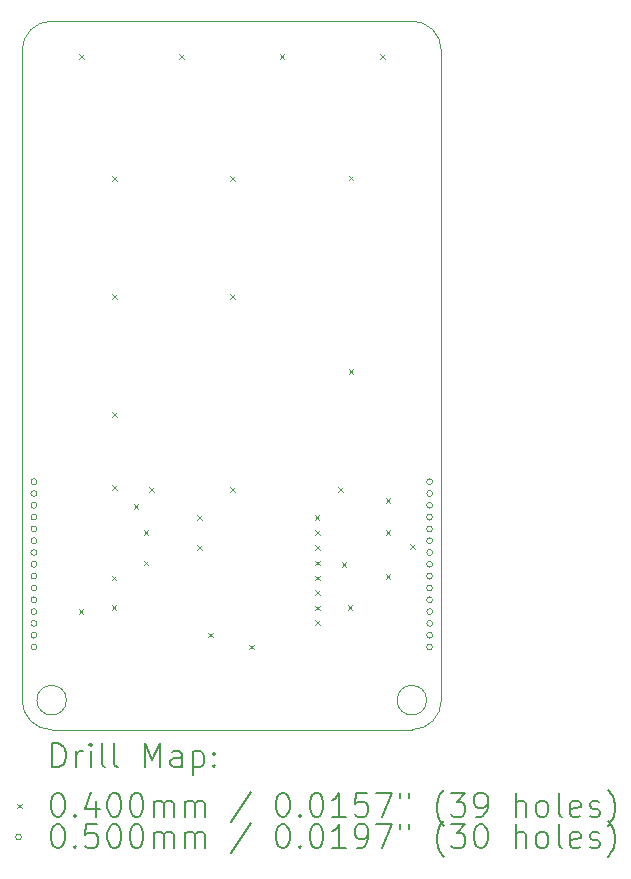
<source format=gbr>
%TF.GenerationSoftware,KiCad,Pcbnew,8.0.1*%
%TF.CreationDate,2024-03-24T18:55:27-05:00*%
%TF.ProjectId,TTWR Keypad,54545752-204b-4657-9970-61642e6b6963,V01*%
%TF.SameCoordinates,Original*%
%TF.FileFunction,Drillmap*%
%TF.FilePolarity,Positive*%
%FSLAX45Y45*%
G04 Gerber Fmt 4.5, Leading zero omitted, Abs format (unit mm)*
G04 Created by KiCad (PCBNEW 8.0.1) date 2024-03-24 18:55:27*
%MOMM*%
%LPD*%
G01*
G04 APERTURE LIST*
%ADD10C,0.100000*%
%ADD11C,0.200000*%
G04 APERTURE END LIST*
D10*
X15000000Y-4250000D02*
X15000000Y-9750000D01*
X18300000Y-4000000D02*
X15250000Y-4000000D01*
X18550000Y-9750000D02*
X18550000Y-4250000D01*
X18300000Y-10000000D02*
X15250000Y-10000000D01*
X18300000Y-4000000D02*
G75*
G02*
X18550000Y-4250000I0J-250000D01*
G01*
X15000000Y-4250000D02*
G75*
G02*
X15250000Y-4000000I250000J0D01*
G01*
X15250000Y-10000000D02*
G75*
G02*
X15000000Y-9750000I0J250000D01*
G01*
X18550000Y-9750000D02*
G75*
G02*
X18300000Y-10000000I-250000J0D01*
G01*
X15375000Y-9750000D02*
G75*
G02*
X15125000Y-9750000I-125000J0D01*
G01*
X15125000Y-9750000D02*
G75*
G02*
X15375000Y-9750000I125000J0D01*
G01*
X18425000Y-9750000D02*
G75*
G02*
X18175000Y-9750000I-125000J0D01*
G01*
X18175000Y-9750000D02*
G75*
G02*
X18425000Y-9750000I125000J0D01*
G01*
D11*
D10*
X15477500Y-8980000D02*
X15517500Y-9020000D01*
X15517500Y-8980000D02*
X15477500Y-9020000D01*
X15480000Y-4280000D02*
X15520000Y-4320000D01*
X15520000Y-4280000D02*
X15480000Y-4320000D01*
X15757500Y-8695000D02*
X15797500Y-8735000D01*
X15797500Y-8695000D02*
X15757500Y-8735000D01*
X15757500Y-8947500D02*
X15797500Y-8987500D01*
X15797500Y-8947500D02*
X15757500Y-8987500D01*
X15760000Y-5312500D02*
X15800000Y-5352500D01*
X15800000Y-5312500D02*
X15760000Y-5352500D01*
X15760000Y-6312500D02*
X15800000Y-6352500D01*
X15800000Y-6312500D02*
X15760000Y-6352500D01*
X15760000Y-7310000D02*
X15800000Y-7350000D01*
X15800000Y-7310000D02*
X15760000Y-7350000D01*
X15760000Y-7930000D02*
X15800000Y-7970000D01*
X15800000Y-7930000D02*
X15760000Y-7970000D01*
X15945000Y-8092500D02*
X15985000Y-8132500D01*
X15985000Y-8092500D02*
X15945000Y-8132500D01*
X16030000Y-8312500D02*
X16070000Y-8352500D01*
X16070000Y-8312500D02*
X16030000Y-8352500D01*
X16030000Y-8567500D02*
X16070000Y-8607500D01*
X16070000Y-8567500D02*
X16030000Y-8607500D01*
X16077500Y-7947500D02*
X16117500Y-7987500D01*
X16117500Y-7947500D02*
X16077500Y-7987500D01*
X16330000Y-4280000D02*
X16370000Y-4320000D01*
X16370000Y-4280000D02*
X16330000Y-4320000D01*
X16479500Y-8439500D02*
X16519500Y-8479500D01*
X16519500Y-8439500D02*
X16479500Y-8479500D01*
X16480000Y-8185000D02*
X16520000Y-8225000D01*
X16520000Y-8185000D02*
X16480000Y-8225000D01*
X16577500Y-9177500D02*
X16617500Y-9217500D01*
X16617500Y-9177500D02*
X16577500Y-9217500D01*
X16762500Y-5312500D02*
X16802500Y-5352500D01*
X16802500Y-5312500D02*
X16762500Y-5352500D01*
X16762500Y-6312500D02*
X16802500Y-6352500D01*
X16802500Y-6312500D02*
X16762500Y-6352500D01*
X16762500Y-7947500D02*
X16802500Y-7987500D01*
X16802500Y-7947500D02*
X16762500Y-7987500D01*
X16920000Y-9280000D02*
X16960000Y-9320000D01*
X16960000Y-9280000D02*
X16920000Y-9320000D01*
X17180000Y-4280000D02*
X17220000Y-4320000D01*
X17220000Y-4280000D02*
X17180000Y-4320000D01*
X17477500Y-8185000D02*
X17517500Y-8225000D01*
X17517500Y-8185000D02*
X17477500Y-8225000D01*
X17480000Y-8312500D02*
X17520000Y-8352500D01*
X17520000Y-8312500D02*
X17480000Y-8352500D01*
X17480000Y-8440000D02*
X17520000Y-8480000D01*
X17520000Y-8440000D02*
X17480000Y-8480000D01*
X17480000Y-8567500D02*
X17520000Y-8607500D01*
X17520000Y-8567500D02*
X17480000Y-8607500D01*
X17480000Y-8695000D02*
X17520000Y-8735000D01*
X17520000Y-8695000D02*
X17480000Y-8735000D01*
X17480000Y-8817500D02*
X17520000Y-8857500D01*
X17520000Y-8817500D02*
X17480000Y-8857500D01*
X17480000Y-8950000D02*
X17520000Y-8990000D01*
X17520000Y-8950000D02*
X17480000Y-8990000D01*
X17480000Y-9075000D02*
X17520000Y-9115000D01*
X17520000Y-9075000D02*
X17480000Y-9115000D01*
X17675000Y-7947500D02*
X17715000Y-7987500D01*
X17715000Y-7947500D02*
X17675000Y-7987500D01*
X17705000Y-8582500D02*
X17745000Y-8622500D01*
X17745000Y-8582500D02*
X17705000Y-8622500D01*
X17755000Y-8947500D02*
X17795000Y-8987500D01*
X17795000Y-8947500D02*
X17755000Y-8987500D01*
X17765000Y-5310000D02*
X17805000Y-5350000D01*
X17805000Y-5310000D02*
X17765000Y-5350000D01*
X17765000Y-6947500D02*
X17805000Y-6987500D01*
X17805000Y-6947500D02*
X17765000Y-6987500D01*
X18030000Y-4280000D02*
X18070000Y-4320000D01*
X18070000Y-4280000D02*
X18030000Y-4320000D01*
X18077500Y-8040000D02*
X18117500Y-8080000D01*
X18117500Y-8040000D02*
X18077500Y-8080000D01*
X18077500Y-8312500D02*
X18117500Y-8352500D01*
X18117500Y-8312500D02*
X18077500Y-8352500D01*
X18077500Y-8680000D02*
X18117500Y-8720000D01*
X18117500Y-8680000D02*
X18077500Y-8720000D01*
X18287500Y-8430000D02*
X18327500Y-8470000D01*
X18327500Y-8430000D02*
X18287500Y-8470000D01*
X15125000Y-7900000D02*
G75*
G02*
X15075000Y-7900000I-25000J0D01*
G01*
X15075000Y-7900000D02*
G75*
G02*
X15125000Y-7900000I25000J0D01*
G01*
X15125000Y-8000000D02*
G75*
G02*
X15075000Y-8000000I-25000J0D01*
G01*
X15075000Y-8000000D02*
G75*
G02*
X15125000Y-8000000I25000J0D01*
G01*
X15125000Y-8100000D02*
G75*
G02*
X15075000Y-8100000I-25000J0D01*
G01*
X15075000Y-8100000D02*
G75*
G02*
X15125000Y-8100000I25000J0D01*
G01*
X15125000Y-8200000D02*
G75*
G02*
X15075000Y-8200000I-25000J0D01*
G01*
X15075000Y-8200000D02*
G75*
G02*
X15125000Y-8200000I25000J0D01*
G01*
X15125000Y-8300000D02*
G75*
G02*
X15075000Y-8300000I-25000J0D01*
G01*
X15075000Y-8300000D02*
G75*
G02*
X15125000Y-8300000I25000J0D01*
G01*
X15125000Y-8400000D02*
G75*
G02*
X15075000Y-8400000I-25000J0D01*
G01*
X15075000Y-8400000D02*
G75*
G02*
X15125000Y-8400000I25000J0D01*
G01*
X15125000Y-8500000D02*
G75*
G02*
X15075000Y-8500000I-25000J0D01*
G01*
X15075000Y-8500000D02*
G75*
G02*
X15125000Y-8500000I25000J0D01*
G01*
X15125000Y-8600000D02*
G75*
G02*
X15075000Y-8600000I-25000J0D01*
G01*
X15075000Y-8600000D02*
G75*
G02*
X15125000Y-8600000I25000J0D01*
G01*
X15125000Y-8700000D02*
G75*
G02*
X15075000Y-8700000I-25000J0D01*
G01*
X15075000Y-8700000D02*
G75*
G02*
X15125000Y-8700000I25000J0D01*
G01*
X15125000Y-8800000D02*
G75*
G02*
X15075000Y-8800000I-25000J0D01*
G01*
X15075000Y-8800000D02*
G75*
G02*
X15125000Y-8800000I25000J0D01*
G01*
X15125000Y-8900000D02*
G75*
G02*
X15075000Y-8900000I-25000J0D01*
G01*
X15075000Y-8900000D02*
G75*
G02*
X15125000Y-8900000I25000J0D01*
G01*
X15125000Y-9000000D02*
G75*
G02*
X15075000Y-9000000I-25000J0D01*
G01*
X15075000Y-9000000D02*
G75*
G02*
X15125000Y-9000000I25000J0D01*
G01*
X15125000Y-9100000D02*
G75*
G02*
X15075000Y-9100000I-25000J0D01*
G01*
X15075000Y-9100000D02*
G75*
G02*
X15125000Y-9100000I25000J0D01*
G01*
X15125000Y-9200000D02*
G75*
G02*
X15075000Y-9200000I-25000J0D01*
G01*
X15075000Y-9200000D02*
G75*
G02*
X15125000Y-9200000I25000J0D01*
G01*
X15125000Y-9300000D02*
G75*
G02*
X15075000Y-9300000I-25000J0D01*
G01*
X15075000Y-9300000D02*
G75*
G02*
X15125000Y-9300000I25000J0D01*
G01*
X18475000Y-7900000D02*
G75*
G02*
X18425000Y-7900000I-25000J0D01*
G01*
X18425000Y-7900000D02*
G75*
G02*
X18475000Y-7900000I25000J0D01*
G01*
X18475000Y-8000000D02*
G75*
G02*
X18425000Y-8000000I-25000J0D01*
G01*
X18425000Y-8000000D02*
G75*
G02*
X18475000Y-8000000I25000J0D01*
G01*
X18475000Y-8100000D02*
G75*
G02*
X18425000Y-8100000I-25000J0D01*
G01*
X18425000Y-8100000D02*
G75*
G02*
X18475000Y-8100000I25000J0D01*
G01*
X18475000Y-8200000D02*
G75*
G02*
X18425000Y-8200000I-25000J0D01*
G01*
X18425000Y-8200000D02*
G75*
G02*
X18475000Y-8200000I25000J0D01*
G01*
X18475000Y-8300000D02*
G75*
G02*
X18425000Y-8300000I-25000J0D01*
G01*
X18425000Y-8300000D02*
G75*
G02*
X18475000Y-8300000I25000J0D01*
G01*
X18475000Y-8400000D02*
G75*
G02*
X18425000Y-8400000I-25000J0D01*
G01*
X18425000Y-8400000D02*
G75*
G02*
X18475000Y-8400000I25000J0D01*
G01*
X18475000Y-8500000D02*
G75*
G02*
X18425000Y-8500000I-25000J0D01*
G01*
X18425000Y-8500000D02*
G75*
G02*
X18475000Y-8500000I25000J0D01*
G01*
X18475000Y-8600000D02*
G75*
G02*
X18425000Y-8600000I-25000J0D01*
G01*
X18425000Y-8600000D02*
G75*
G02*
X18475000Y-8600000I25000J0D01*
G01*
X18475000Y-8700000D02*
G75*
G02*
X18425000Y-8700000I-25000J0D01*
G01*
X18425000Y-8700000D02*
G75*
G02*
X18475000Y-8700000I25000J0D01*
G01*
X18475000Y-8800000D02*
G75*
G02*
X18425000Y-8800000I-25000J0D01*
G01*
X18425000Y-8800000D02*
G75*
G02*
X18475000Y-8800000I25000J0D01*
G01*
X18475000Y-8900000D02*
G75*
G02*
X18425000Y-8900000I-25000J0D01*
G01*
X18425000Y-8900000D02*
G75*
G02*
X18475000Y-8900000I25000J0D01*
G01*
X18475000Y-9000000D02*
G75*
G02*
X18425000Y-9000000I-25000J0D01*
G01*
X18425000Y-9000000D02*
G75*
G02*
X18475000Y-9000000I25000J0D01*
G01*
X18475000Y-9100000D02*
G75*
G02*
X18425000Y-9100000I-25000J0D01*
G01*
X18425000Y-9100000D02*
G75*
G02*
X18475000Y-9100000I25000J0D01*
G01*
X18475000Y-9200000D02*
G75*
G02*
X18425000Y-9200000I-25000J0D01*
G01*
X18425000Y-9200000D02*
G75*
G02*
X18475000Y-9200000I25000J0D01*
G01*
X18475000Y-9300000D02*
G75*
G02*
X18425000Y-9300000I-25000J0D01*
G01*
X18425000Y-9300000D02*
G75*
G02*
X18475000Y-9300000I25000J0D01*
G01*
D11*
X15255777Y-10316484D02*
X15255777Y-10116484D01*
X15255777Y-10116484D02*
X15303396Y-10116484D01*
X15303396Y-10116484D02*
X15331967Y-10126008D01*
X15331967Y-10126008D02*
X15351015Y-10145055D01*
X15351015Y-10145055D02*
X15360539Y-10164103D01*
X15360539Y-10164103D02*
X15370062Y-10202198D01*
X15370062Y-10202198D02*
X15370062Y-10230770D01*
X15370062Y-10230770D02*
X15360539Y-10268865D01*
X15360539Y-10268865D02*
X15351015Y-10287912D01*
X15351015Y-10287912D02*
X15331967Y-10306960D01*
X15331967Y-10306960D02*
X15303396Y-10316484D01*
X15303396Y-10316484D02*
X15255777Y-10316484D01*
X15455777Y-10316484D02*
X15455777Y-10183150D01*
X15455777Y-10221246D02*
X15465301Y-10202198D01*
X15465301Y-10202198D02*
X15474824Y-10192674D01*
X15474824Y-10192674D02*
X15493872Y-10183150D01*
X15493872Y-10183150D02*
X15512920Y-10183150D01*
X15579586Y-10316484D02*
X15579586Y-10183150D01*
X15579586Y-10116484D02*
X15570062Y-10126008D01*
X15570062Y-10126008D02*
X15579586Y-10135531D01*
X15579586Y-10135531D02*
X15589110Y-10126008D01*
X15589110Y-10126008D02*
X15579586Y-10116484D01*
X15579586Y-10116484D02*
X15579586Y-10135531D01*
X15703396Y-10316484D02*
X15684348Y-10306960D01*
X15684348Y-10306960D02*
X15674824Y-10287912D01*
X15674824Y-10287912D02*
X15674824Y-10116484D01*
X15808158Y-10316484D02*
X15789110Y-10306960D01*
X15789110Y-10306960D02*
X15779586Y-10287912D01*
X15779586Y-10287912D02*
X15779586Y-10116484D01*
X16036729Y-10316484D02*
X16036729Y-10116484D01*
X16036729Y-10116484D02*
X16103396Y-10259341D01*
X16103396Y-10259341D02*
X16170062Y-10116484D01*
X16170062Y-10116484D02*
X16170062Y-10316484D01*
X16351015Y-10316484D02*
X16351015Y-10211722D01*
X16351015Y-10211722D02*
X16341491Y-10192674D01*
X16341491Y-10192674D02*
X16322443Y-10183150D01*
X16322443Y-10183150D02*
X16284348Y-10183150D01*
X16284348Y-10183150D02*
X16265301Y-10192674D01*
X16351015Y-10306960D02*
X16331967Y-10316484D01*
X16331967Y-10316484D02*
X16284348Y-10316484D01*
X16284348Y-10316484D02*
X16265301Y-10306960D01*
X16265301Y-10306960D02*
X16255777Y-10287912D01*
X16255777Y-10287912D02*
X16255777Y-10268865D01*
X16255777Y-10268865D02*
X16265301Y-10249817D01*
X16265301Y-10249817D02*
X16284348Y-10240293D01*
X16284348Y-10240293D02*
X16331967Y-10240293D01*
X16331967Y-10240293D02*
X16351015Y-10230770D01*
X16446253Y-10183150D02*
X16446253Y-10383150D01*
X16446253Y-10192674D02*
X16465301Y-10183150D01*
X16465301Y-10183150D02*
X16503396Y-10183150D01*
X16503396Y-10183150D02*
X16522443Y-10192674D01*
X16522443Y-10192674D02*
X16531967Y-10202198D01*
X16531967Y-10202198D02*
X16541491Y-10221246D01*
X16541491Y-10221246D02*
X16541491Y-10278389D01*
X16541491Y-10278389D02*
X16531967Y-10297436D01*
X16531967Y-10297436D02*
X16522443Y-10306960D01*
X16522443Y-10306960D02*
X16503396Y-10316484D01*
X16503396Y-10316484D02*
X16465301Y-10316484D01*
X16465301Y-10316484D02*
X16446253Y-10306960D01*
X16627205Y-10297436D02*
X16636729Y-10306960D01*
X16636729Y-10306960D02*
X16627205Y-10316484D01*
X16627205Y-10316484D02*
X16617682Y-10306960D01*
X16617682Y-10306960D02*
X16627205Y-10297436D01*
X16627205Y-10297436D02*
X16627205Y-10316484D01*
X16627205Y-10192674D02*
X16636729Y-10202198D01*
X16636729Y-10202198D02*
X16627205Y-10211722D01*
X16627205Y-10211722D02*
X16617682Y-10202198D01*
X16617682Y-10202198D02*
X16627205Y-10192674D01*
X16627205Y-10192674D02*
X16627205Y-10211722D01*
D10*
X14955000Y-10625000D02*
X14995000Y-10665000D01*
X14995000Y-10625000D02*
X14955000Y-10665000D01*
D11*
X15293872Y-10536484D02*
X15312920Y-10536484D01*
X15312920Y-10536484D02*
X15331967Y-10546008D01*
X15331967Y-10546008D02*
X15341491Y-10555531D01*
X15341491Y-10555531D02*
X15351015Y-10574579D01*
X15351015Y-10574579D02*
X15360539Y-10612674D01*
X15360539Y-10612674D02*
X15360539Y-10660293D01*
X15360539Y-10660293D02*
X15351015Y-10698389D01*
X15351015Y-10698389D02*
X15341491Y-10717436D01*
X15341491Y-10717436D02*
X15331967Y-10726960D01*
X15331967Y-10726960D02*
X15312920Y-10736484D01*
X15312920Y-10736484D02*
X15293872Y-10736484D01*
X15293872Y-10736484D02*
X15274824Y-10726960D01*
X15274824Y-10726960D02*
X15265301Y-10717436D01*
X15265301Y-10717436D02*
X15255777Y-10698389D01*
X15255777Y-10698389D02*
X15246253Y-10660293D01*
X15246253Y-10660293D02*
X15246253Y-10612674D01*
X15246253Y-10612674D02*
X15255777Y-10574579D01*
X15255777Y-10574579D02*
X15265301Y-10555531D01*
X15265301Y-10555531D02*
X15274824Y-10546008D01*
X15274824Y-10546008D02*
X15293872Y-10536484D01*
X15446253Y-10717436D02*
X15455777Y-10726960D01*
X15455777Y-10726960D02*
X15446253Y-10736484D01*
X15446253Y-10736484D02*
X15436729Y-10726960D01*
X15436729Y-10726960D02*
X15446253Y-10717436D01*
X15446253Y-10717436D02*
X15446253Y-10736484D01*
X15627205Y-10603150D02*
X15627205Y-10736484D01*
X15579586Y-10526960D02*
X15531967Y-10669817D01*
X15531967Y-10669817D02*
X15655777Y-10669817D01*
X15770062Y-10536484D02*
X15789110Y-10536484D01*
X15789110Y-10536484D02*
X15808158Y-10546008D01*
X15808158Y-10546008D02*
X15817682Y-10555531D01*
X15817682Y-10555531D02*
X15827205Y-10574579D01*
X15827205Y-10574579D02*
X15836729Y-10612674D01*
X15836729Y-10612674D02*
X15836729Y-10660293D01*
X15836729Y-10660293D02*
X15827205Y-10698389D01*
X15827205Y-10698389D02*
X15817682Y-10717436D01*
X15817682Y-10717436D02*
X15808158Y-10726960D01*
X15808158Y-10726960D02*
X15789110Y-10736484D01*
X15789110Y-10736484D02*
X15770062Y-10736484D01*
X15770062Y-10736484D02*
X15751015Y-10726960D01*
X15751015Y-10726960D02*
X15741491Y-10717436D01*
X15741491Y-10717436D02*
X15731967Y-10698389D01*
X15731967Y-10698389D02*
X15722443Y-10660293D01*
X15722443Y-10660293D02*
X15722443Y-10612674D01*
X15722443Y-10612674D02*
X15731967Y-10574579D01*
X15731967Y-10574579D02*
X15741491Y-10555531D01*
X15741491Y-10555531D02*
X15751015Y-10546008D01*
X15751015Y-10546008D02*
X15770062Y-10536484D01*
X15960539Y-10536484D02*
X15979586Y-10536484D01*
X15979586Y-10536484D02*
X15998634Y-10546008D01*
X15998634Y-10546008D02*
X16008158Y-10555531D01*
X16008158Y-10555531D02*
X16017682Y-10574579D01*
X16017682Y-10574579D02*
X16027205Y-10612674D01*
X16027205Y-10612674D02*
X16027205Y-10660293D01*
X16027205Y-10660293D02*
X16017682Y-10698389D01*
X16017682Y-10698389D02*
X16008158Y-10717436D01*
X16008158Y-10717436D02*
X15998634Y-10726960D01*
X15998634Y-10726960D02*
X15979586Y-10736484D01*
X15979586Y-10736484D02*
X15960539Y-10736484D01*
X15960539Y-10736484D02*
X15941491Y-10726960D01*
X15941491Y-10726960D02*
X15931967Y-10717436D01*
X15931967Y-10717436D02*
X15922443Y-10698389D01*
X15922443Y-10698389D02*
X15912920Y-10660293D01*
X15912920Y-10660293D02*
X15912920Y-10612674D01*
X15912920Y-10612674D02*
X15922443Y-10574579D01*
X15922443Y-10574579D02*
X15931967Y-10555531D01*
X15931967Y-10555531D02*
X15941491Y-10546008D01*
X15941491Y-10546008D02*
X15960539Y-10536484D01*
X16112920Y-10736484D02*
X16112920Y-10603150D01*
X16112920Y-10622198D02*
X16122443Y-10612674D01*
X16122443Y-10612674D02*
X16141491Y-10603150D01*
X16141491Y-10603150D02*
X16170063Y-10603150D01*
X16170063Y-10603150D02*
X16189110Y-10612674D01*
X16189110Y-10612674D02*
X16198634Y-10631722D01*
X16198634Y-10631722D02*
X16198634Y-10736484D01*
X16198634Y-10631722D02*
X16208158Y-10612674D01*
X16208158Y-10612674D02*
X16227205Y-10603150D01*
X16227205Y-10603150D02*
X16255777Y-10603150D01*
X16255777Y-10603150D02*
X16274824Y-10612674D01*
X16274824Y-10612674D02*
X16284348Y-10631722D01*
X16284348Y-10631722D02*
X16284348Y-10736484D01*
X16379586Y-10736484D02*
X16379586Y-10603150D01*
X16379586Y-10622198D02*
X16389110Y-10612674D01*
X16389110Y-10612674D02*
X16408158Y-10603150D01*
X16408158Y-10603150D02*
X16436729Y-10603150D01*
X16436729Y-10603150D02*
X16455777Y-10612674D01*
X16455777Y-10612674D02*
X16465301Y-10631722D01*
X16465301Y-10631722D02*
X16465301Y-10736484D01*
X16465301Y-10631722D02*
X16474824Y-10612674D01*
X16474824Y-10612674D02*
X16493872Y-10603150D01*
X16493872Y-10603150D02*
X16522443Y-10603150D01*
X16522443Y-10603150D02*
X16541491Y-10612674D01*
X16541491Y-10612674D02*
X16551015Y-10631722D01*
X16551015Y-10631722D02*
X16551015Y-10736484D01*
X16941491Y-10526960D02*
X16770063Y-10784103D01*
X17198634Y-10536484D02*
X17217682Y-10536484D01*
X17217682Y-10536484D02*
X17236729Y-10546008D01*
X17236729Y-10546008D02*
X17246253Y-10555531D01*
X17246253Y-10555531D02*
X17255777Y-10574579D01*
X17255777Y-10574579D02*
X17265301Y-10612674D01*
X17265301Y-10612674D02*
X17265301Y-10660293D01*
X17265301Y-10660293D02*
X17255777Y-10698389D01*
X17255777Y-10698389D02*
X17246253Y-10717436D01*
X17246253Y-10717436D02*
X17236729Y-10726960D01*
X17236729Y-10726960D02*
X17217682Y-10736484D01*
X17217682Y-10736484D02*
X17198634Y-10736484D01*
X17198634Y-10736484D02*
X17179587Y-10726960D01*
X17179587Y-10726960D02*
X17170063Y-10717436D01*
X17170063Y-10717436D02*
X17160539Y-10698389D01*
X17160539Y-10698389D02*
X17151015Y-10660293D01*
X17151015Y-10660293D02*
X17151015Y-10612674D01*
X17151015Y-10612674D02*
X17160539Y-10574579D01*
X17160539Y-10574579D02*
X17170063Y-10555531D01*
X17170063Y-10555531D02*
X17179587Y-10546008D01*
X17179587Y-10546008D02*
X17198634Y-10536484D01*
X17351015Y-10717436D02*
X17360539Y-10726960D01*
X17360539Y-10726960D02*
X17351015Y-10736484D01*
X17351015Y-10736484D02*
X17341491Y-10726960D01*
X17341491Y-10726960D02*
X17351015Y-10717436D01*
X17351015Y-10717436D02*
X17351015Y-10736484D01*
X17484348Y-10536484D02*
X17503396Y-10536484D01*
X17503396Y-10536484D02*
X17522444Y-10546008D01*
X17522444Y-10546008D02*
X17531968Y-10555531D01*
X17531968Y-10555531D02*
X17541491Y-10574579D01*
X17541491Y-10574579D02*
X17551015Y-10612674D01*
X17551015Y-10612674D02*
X17551015Y-10660293D01*
X17551015Y-10660293D02*
X17541491Y-10698389D01*
X17541491Y-10698389D02*
X17531968Y-10717436D01*
X17531968Y-10717436D02*
X17522444Y-10726960D01*
X17522444Y-10726960D02*
X17503396Y-10736484D01*
X17503396Y-10736484D02*
X17484348Y-10736484D01*
X17484348Y-10736484D02*
X17465301Y-10726960D01*
X17465301Y-10726960D02*
X17455777Y-10717436D01*
X17455777Y-10717436D02*
X17446253Y-10698389D01*
X17446253Y-10698389D02*
X17436729Y-10660293D01*
X17436729Y-10660293D02*
X17436729Y-10612674D01*
X17436729Y-10612674D02*
X17446253Y-10574579D01*
X17446253Y-10574579D02*
X17455777Y-10555531D01*
X17455777Y-10555531D02*
X17465301Y-10546008D01*
X17465301Y-10546008D02*
X17484348Y-10536484D01*
X17741491Y-10736484D02*
X17627206Y-10736484D01*
X17684348Y-10736484D02*
X17684348Y-10536484D01*
X17684348Y-10536484D02*
X17665301Y-10565055D01*
X17665301Y-10565055D02*
X17646253Y-10584103D01*
X17646253Y-10584103D02*
X17627206Y-10593627D01*
X17922444Y-10536484D02*
X17827206Y-10536484D01*
X17827206Y-10536484D02*
X17817682Y-10631722D01*
X17817682Y-10631722D02*
X17827206Y-10622198D01*
X17827206Y-10622198D02*
X17846253Y-10612674D01*
X17846253Y-10612674D02*
X17893872Y-10612674D01*
X17893872Y-10612674D02*
X17912920Y-10622198D01*
X17912920Y-10622198D02*
X17922444Y-10631722D01*
X17922444Y-10631722D02*
X17931968Y-10650770D01*
X17931968Y-10650770D02*
X17931968Y-10698389D01*
X17931968Y-10698389D02*
X17922444Y-10717436D01*
X17922444Y-10717436D02*
X17912920Y-10726960D01*
X17912920Y-10726960D02*
X17893872Y-10736484D01*
X17893872Y-10736484D02*
X17846253Y-10736484D01*
X17846253Y-10736484D02*
X17827206Y-10726960D01*
X17827206Y-10726960D02*
X17817682Y-10717436D01*
X17998634Y-10536484D02*
X18131968Y-10536484D01*
X18131968Y-10536484D02*
X18046253Y-10736484D01*
X18198634Y-10536484D02*
X18198634Y-10574579D01*
X18274825Y-10536484D02*
X18274825Y-10574579D01*
X18570063Y-10812674D02*
X18560539Y-10803150D01*
X18560539Y-10803150D02*
X18541491Y-10774579D01*
X18541491Y-10774579D02*
X18531968Y-10755531D01*
X18531968Y-10755531D02*
X18522444Y-10726960D01*
X18522444Y-10726960D02*
X18512920Y-10679341D01*
X18512920Y-10679341D02*
X18512920Y-10641246D01*
X18512920Y-10641246D02*
X18522444Y-10593627D01*
X18522444Y-10593627D02*
X18531968Y-10565055D01*
X18531968Y-10565055D02*
X18541491Y-10546008D01*
X18541491Y-10546008D02*
X18560539Y-10517436D01*
X18560539Y-10517436D02*
X18570063Y-10507912D01*
X18627206Y-10536484D02*
X18751015Y-10536484D01*
X18751015Y-10536484D02*
X18684349Y-10612674D01*
X18684349Y-10612674D02*
X18712920Y-10612674D01*
X18712920Y-10612674D02*
X18731968Y-10622198D01*
X18731968Y-10622198D02*
X18741491Y-10631722D01*
X18741491Y-10631722D02*
X18751015Y-10650770D01*
X18751015Y-10650770D02*
X18751015Y-10698389D01*
X18751015Y-10698389D02*
X18741491Y-10717436D01*
X18741491Y-10717436D02*
X18731968Y-10726960D01*
X18731968Y-10726960D02*
X18712920Y-10736484D01*
X18712920Y-10736484D02*
X18655777Y-10736484D01*
X18655777Y-10736484D02*
X18636730Y-10726960D01*
X18636730Y-10726960D02*
X18627206Y-10717436D01*
X18846253Y-10736484D02*
X18884349Y-10736484D01*
X18884349Y-10736484D02*
X18903396Y-10726960D01*
X18903396Y-10726960D02*
X18912920Y-10717436D01*
X18912920Y-10717436D02*
X18931968Y-10688865D01*
X18931968Y-10688865D02*
X18941491Y-10650770D01*
X18941491Y-10650770D02*
X18941491Y-10574579D01*
X18941491Y-10574579D02*
X18931968Y-10555531D01*
X18931968Y-10555531D02*
X18922444Y-10546008D01*
X18922444Y-10546008D02*
X18903396Y-10536484D01*
X18903396Y-10536484D02*
X18865301Y-10536484D01*
X18865301Y-10536484D02*
X18846253Y-10546008D01*
X18846253Y-10546008D02*
X18836730Y-10555531D01*
X18836730Y-10555531D02*
X18827206Y-10574579D01*
X18827206Y-10574579D02*
X18827206Y-10622198D01*
X18827206Y-10622198D02*
X18836730Y-10641246D01*
X18836730Y-10641246D02*
X18846253Y-10650770D01*
X18846253Y-10650770D02*
X18865301Y-10660293D01*
X18865301Y-10660293D02*
X18903396Y-10660293D01*
X18903396Y-10660293D02*
X18922444Y-10650770D01*
X18922444Y-10650770D02*
X18931968Y-10641246D01*
X18931968Y-10641246D02*
X18941491Y-10622198D01*
X19179587Y-10736484D02*
X19179587Y-10536484D01*
X19265301Y-10736484D02*
X19265301Y-10631722D01*
X19265301Y-10631722D02*
X19255777Y-10612674D01*
X19255777Y-10612674D02*
X19236730Y-10603150D01*
X19236730Y-10603150D02*
X19208158Y-10603150D01*
X19208158Y-10603150D02*
X19189111Y-10612674D01*
X19189111Y-10612674D02*
X19179587Y-10622198D01*
X19389111Y-10736484D02*
X19370063Y-10726960D01*
X19370063Y-10726960D02*
X19360539Y-10717436D01*
X19360539Y-10717436D02*
X19351015Y-10698389D01*
X19351015Y-10698389D02*
X19351015Y-10641246D01*
X19351015Y-10641246D02*
X19360539Y-10622198D01*
X19360539Y-10622198D02*
X19370063Y-10612674D01*
X19370063Y-10612674D02*
X19389111Y-10603150D01*
X19389111Y-10603150D02*
X19417682Y-10603150D01*
X19417682Y-10603150D02*
X19436730Y-10612674D01*
X19436730Y-10612674D02*
X19446253Y-10622198D01*
X19446253Y-10622198D02*
X19455777Y-10641246D01*
X19455777Y-10641246D02*
X19455777Y-10698389D01*
X19455777Y-10698389D02*
X19446253Y-10717436D01*
X19446253Y-10717436D02*
X19436730Y-10726960D01*
X19436730Y-10726960D02*
X19417682Y-10736484D01*
X19417682Y-10736484D02*
X19389111Y-10736484D01*
X19570063Y-10736484D02*
X19551015Y-10726960D01*
X19551015Y-10726960D02*
X19541492Y-10707912D01*
X19541492Y-10707912D02*
X19541492Y-10536484D01*
X19722444Y-10726960D02*
X19703396Y-10736484D01*
X19703396Y-10736484D02*
X19665301Y-10736484D01*
X19665301Y-10736484D02*
X19646253Y-10726960D01*
X19646253Y-10726960D02*
X19636730Y-10707912D01*
X19636730Y-10707912D02*
X19636730Y-10631722D01*
X19636730Y-10631722D02*
X19646253Y-10612674D01*
X19646253Y-10612674D02*
X19665301Y-10603150D01*
X19665301Y-10603150D02*
X19703396Y-10603150D01*
X19703396Y-10603150D02*
X19722444Y-10612674D01*
X19722444Y-10612674D02*
X19731968Y-10631722D01*
X19731968Y-10631722D02*
X19731968Y-10650770D01*
X19731968Y-10650770D02*
X19636730Y-10669817D01*
X19808158Y-10726960D02*
X19827206Y-10736484D01*
X19827206Y-10736484D02*
X19865301Y-10736484D01*
X19865301Y-10736484D02*
X19884349Y-10726960D01*
X19884349Y-10726960D02*
X19893873Y-10707912D01*
X19893873Y-10707912D02*
X19893873Y-10698389D01*
X19893873Y-10698389D02*
X19884349Y-10679341D01*
X19884349Y-10679341D02*
X19865301Y-10669817D01*
X19865301Y-10669817D02*
X19836730Y-10669817D01*
X19836730Y-10669817D02*
X19817682Y-10660293D01*
X19817682Y-10660293D02*
X19808158Y-10641246D01*
X19808158Y-10641246D02*
X19808158Y-10631722D01*
X19808158Y-10631722D02*
X19817682Y-10612674D01*
X19817682Y-10612674D02*
X19836730Y-10603150D01*
X19836730Y-10603150D02*
X19865301Y-10603150D01*
X19865301Y-10603150D02*
X19884349Y-10612674D01*
X19960539Y-10812674D02*
X19970063Y-10803150D01*
X19970063Y-10803150D02*
X19989111Y-10774579D01*
X19989111Y-10774579D02*
X19998634Y-10755531D01*
X19998634Y-10755531D02*
X20008158Y-10726960D01*
X20008158Y-10726960D02*
X20017682Y-10679341D01*
X20017682Y-10679341D02*
X20017682Y-10641246D01*
X20017682Y-10641246D02*
X20008158Y-10593627D01*
X20008158Y-10593627D02*
X19998634Y-10565055D01*
X19998634Y-10565055D02*
X19989111Y-10546008D01*
X19989111Y-10546008D02*
X19970063Y-10517436D01*
X19970063Y-10517436D02*
X19960539Y-10507912D01*
D10*
X14995000Y-10909000D02*
G75*
G02*
X14945000Y-10909000I-25000J0D01*
G01*
X14945000Y-10909000D02*
G75*
G02*
X14995000Y-10909000I25000J0D01*
G01*
D11*
X15293872Y-10800484D02*
X15312920Y-10800484D01*
X15312920Y-10800484D02*
X15331967Y-10810008D01*
X15331967Y-10810008D02*
X15341491Y-10819531D01*
X15341491Y-10819531D02*
X15351015Y-10838579D01*
X15351015Y-10838579D02*
X15360539Y-10876674D01*
X15360539Y-10876674D02*
X15360539Y-10924293D01*
X15360539Y-10924293D02*
X15351015Y-10962389D01*
X15351015Y-10962389D02*
X15341491Y-10981436D01*
X15341491Y-10981436D02*
X15331967Y-10990960D01*
X15331967Y-10990960D02*
X15312920Y-11000484D01*
X15312920Y-11000484D02*
X15293872Y-11000484D01*
X15293872Y-11000484D02*
X15274824Y-10990960D01*
X15274824Y-10990960D02*
X15265301Y-10981436D01*
X15265301Y-10981436D02*
X15255777Y-10962389D01*
X15255777Y-10962389D02*
X15246253Y-10924293D01*
X15246253Y-10924293D02*
X15246253Y-10876674D01*
X15246253Y-10876674D02*
X15255777Y-10838579D01*
X15255777Y-10838579D02*
X15265301Y-10819531D01*
X15265301Y-10819531D02*
X15274824Y-10810008D01*
X15274824Y-10810008D02*
X15293872Y-10800484D01*
X15446253Y-10981436D02*
X15455777Y-10990960D01*
X15455777Y-10990960D02*
X15446253Y-11000484D01*
X15446253Y-11000484D02*
X15436729Y-10990960D01*
X15436729Y-10990960D02*
X15446253Y-10981436D01*
X15446253Y-10981436D02*
X15446253Y-11000484D01*
X15636729Y-10800484D02*
X15541491Y-10800484D01*
X15541491Y-10800484D02*
X15531967Y-10895722D01*
X15531967Y-10895722D02*
X15541491Y-10886198D01*
X15541491Y-10886198D02*
X15560539Y-10876674D01*
X15560539Y-10876674D02*
X15608158Y-10876674D01*
X15608158Y-10876674D02*
X15627205Y-10886198D01*
X15627205Y-10886198D02*
X15636729Y-10895722D01*
X15636729Y-10895722D02*
X15646253Y-10914770D01*
X15646253Y-10914770D02*
X15646253Y-10962389D01*
X15646253Y-10962389D02*
X15636729Y-10981436D01*
X15636729Y-10981436D02*
X15627205Y-10990960D01*
X15627205Y-10990960D02*
X15608158Y-11000484D01*
X15608158Y-11000484D02*
X15560539Y-11000484D01*
X15560539Y-11000484D02*
X15541491Y-10990960D01*
X15541491Y-10990960D02*
X15531967Y-10981436D01*
X15770062Y-10800484D02*
X15789110Y-10800484D01*
X15789110Y-10800484D02*
X15808158Y-10810008D01*
X15808158Y-10810008D02*
X15817682Y-10819531D01*
X15817682Y-10819531D02*
X15827205Y-10838579D01*
X15827205Y-10838579D02*
X15836729Y-10876674D01*
X15836729Y-10876674D02*
X15836729Y-10924293D01*
X15836729Y-10924293D02*
X15827205Y-10962389D01*
X15827205Y-10962389D02*
X15817682Y-10981436D01*
X15817682Y-10981436D02*
X15808158Y-10990960D01*
X15808158Y-10990960D02*
X15789110Y-11000484D01*
X15789110Y-11000484D02*
X15770062Y-11000484D01*
X15770062Y-11000484D02*
X15751015Y-10990960D01*
X15751015Y-10990960D02*
X15741491Y-10981436D01*
X15741491Y-10981436D02*
X15731967Y-10962389D01*
X15731967Y-10962389D02*
X15722443Y-10924293D01*
X15722443Y-10924293D02*
X15722443Y-10876674D01*
X15722443Y-10876674D02*
X15731967Y-10838579D01*
X15731967Y-10838579D02*
X15741491Y-10819531D01*
X15741491Y-10819531D02*
X15751015Y-10810008D01*
X15751015Y-10810008D02*
X15770062Y-10800484D01*
X15960539Y-10800484D02*
X15979586Y-10800484D01*
X15979586Y-10800484D02*
X15998634Y-10810008D01*
X15998634Y-10810008D02*
X16008158Y-10819531D01*
X16008158Y-10819531D02*
X16017682Y-10838579D01*
X16017682Y-10838579D02*
X16027205Y-10876674D01*
X16027205Y-10876674D02*
X16027205Y-10924293D01*
X16027205Y-10924293D02*
X16017682Y-10962389D01*
X16017682Y-10962389D02*
X16008158Y-10981436D01*
X16008158Y-10981436D02*
X15998634Y-10990960D01*
X15998634Y-10990960D02*
X15979586Y-11000484D01*
X15979586Y-11000484D02*
X15960539Y-11000484D01*
X15960539Y-11000484D02*
X15941491Y-10990960D01*
X15941491Y-10990960D02*
X15931967Y-10981436D01*
X15931967Y-10981436D02*
X15922443Y-10962389D01*
X15922443Y-10962389D02*
X15912920Y-10924293D01*
X15912920Y-10924293D02*
X15912920Y-10876674D01*
X15912920Y-10876674D02*
X15922443Y-10838579D01*
X15922443Y-10838579D02*
X15931967Y-10819531D01*
X15931967Y-10819531D02*
X15941491Y-10810008D01*
X15941491Y-10810008D02*
X15960539Y-10800484D01*
X16112920Y-11000484D02*
X16112920Y-10867150D01*
X16112920Y-10886198D02*
X16122443Y-10876674D01*
X16122443Y-10876674D02*
X16141491Y-10867150D01*
X16141491Y-10867150D02*
X16170063Y-10867150D01*
X16170063Y-10867150D02*
X16189110Y-10876674D01*
X16189110Y-10876674D02*
X16198634Y-10895722D01*
X16198634Y-10895722D02*
X16198634Y-11000484D01*
X16198634Y-10895722D02*
X16208158Y-10876674D01*
X16208158Y-10876674D02*
X16227205Y-10867150D01*
X16227205Y-10867150D02*
X16255777Y-10867150D01*
X16255777Y-10867150D02*
X16274824Y-10876674D01*
X16274824Y-10876674D02*
X16284348Y-10895722D01*
X16284348Y-10895722D02*
X16284348Y-11000484D01*
X16379586Y-11000484D02*
X16379586Y-10867150D01*
X16379586Y-10886198D02*
X16389110Y-10876674D01*
X16389110Y-10876674D02*
X16408158Y-10867150D01*
X16408158Y-10867150D02*
X16436729Y-10867150D01*
X16436729Y-10867150D02*
X16455777Y-10876674D01*
X16455777Y-10876674D02*
X16465301Y-10895722D01*
X16465301Y-10895722D02*
X16465301Y-11000484D01*
X16465301Y-10895722D02*
X16474824Y-10876674D01*
X16474824Y-10876674D02*
X16493872Y-10867150D01*
X16493872Y-10867150D02*
X16522443Y-10867150D01*
X16522443Y-10867150D02*
X16541491Y-10876674D01*
X16541491Y-10876674D02*
X16551015Y-10895722D01*
X16551015Y-10895722D02*
X16551015Y-11000484D01*
X16941491Y-10790960D02*
X16770063Y-11048103D01*
X17198634Y-10800484D02*
X17217682Y-10800484D01*
X17217682Y-10800484D02*
X17236729Y-10810008D01*
X17236729Y-10810008D02*
X17246253Y-10819531D01*
X17246253Y-10819531D02*
X17255777Y-10838579D01*
X17255777Y-10838579D02*
X17265301Y-10876674D01*
X17265301Y-10876674D02*
X17265301Y-10924293D01*
X17265301Y-10924293D02*
X17255777Y-10962389D01*
X17255777Y-10962389D02*
X17246253Y-10981436D01*
X17246253Y-10981436D02*
X17236729Y-10990960D01*
X17236729Y-10990960D02*
X17217682Y-11000484D01*
X17217682Y-11000484D02*
X17198634Y-11000484D01*
X17198634Y-11000484D02*
X17179587Y-10990960D01*
X17179587Y-10990960D02*
X17170063Y-10981436D01*
X17170063Y-10981436D02*
X17160539Y-10962389D01*
X17160539Y-10962389D02*
X17151015Y-10924293D01*
X17151015Y-10924293D02*
X17151015Y-10876674D01*
X17151015Y-10876674D02*
X17160539Y-10838579D01*
X17160539Y-10838579D02*
X17170063Y-10819531D01*
X17170063Y-10819531D02*
X17179587Y-10810008D01*
X17179587Y-10810008D02*
X17198634Y-10800484D01*
X17351015Y-10981436D02*
X17360539Y-10990960D01*
X17360539Y-10990960D02*
X17351015Y-11000484D01*
X17351015Y-11000484D02*
X17341491Y-10990960D01*
X17341491Y-10990960D02*
X17351015Y-10981436D01*
X17351015Y-10981436D02*
X17351015Y-11000484D01*
X17484348Y-10800484D02*
X17503396Y-10800484D01*
X17503396Y-10800484D02*
X17522444Y-10810008D01*
X17522444Y-10810008D02*
X17531968Y-10819531D01*
X17531968Y-10819531D02*
X17541491Y-10838579D01*
X17541491Y-10838579D02*
X17551015Y-10876674D01*
X17551015Y-10876674D02*
X17551015Y-10924293D01*
X17551015Y-10924293D02*
X17541491Y-10962389D01*
X17541491Y-10962389D02*
X17531968Y-10981436D01*
X17531968Y-10981436D02*
X17522444Y-10990960D01*
X17522444Y-10990960D02*
X17503396Y-11000484D01*
X17503396Y-11000484D02*
X17484348Y-11000484D01*
X17484348Y-11000484D02*
X17465301Y-10990960D01*
X17465301Y-10990960D02*
X17455777Y-10981436D01*
X17455777Y-10981436D02*
X17446253Y-10962389D01*
X17446253Y-10962389D02*
X17436729Y-10924293D01*
X17436729Y-10924293D02*
X17436729Y-10876674D01*
X17436729Y-10876674D02*
X17446253Y-10838579D01*
X17446253Y-10838579D02*
X17455777Y-10819531D01*
X17455777Y-10819531D02*
X17465301Y-10810008D01*
X17465301Y-10810008D02*
X17484348Y-10800484D01*
X17741491Y-11000484D02*
X17627206Y-11000484D01*
X17684348Y-11000484D02*
X17684348Y-10800484D01*
X17684348Y-10800484D02*
X17665301Y-10829055D01*
X17665301Y-10829055D02*
X17646253Y-10848103D01*
X17646253Y-10848103D02*
X17627206Y-10857627D01*
X17836729Y-11000484D02*
X17874825Y-11000484D01*
X17874825Y-11000484D02*
X17893872Y-10990960D01*
X17893872Y-10990960D02*
X17903396Y-10981436D01*
X17903396Y-10981436D02*
X17922444Y-10952865D01*
X17922444Y-10952865D02*
X17931968Y-10914770D01*
X17931968Y-10914770D02*
X17931968Y-10838579D01*
X17931968Y-10838579D02*
X17922444Y-10819531D01*
X17922444Y-10819531D02*
X17912920Y-10810008D01*
X17912920Y-10810008D02*
X17893872Y-10800484D01*
X17893872Y-10800484D02*
X17855777Y-10800484D01*
X17855777Y-10800484D02*
X17836729Y-10810008D01*
X17836729Y-10810008D02*
X17827206Y-10819531D01*
X17827206Y-10819531D02*
X17817682Y-10838579D01*
X17817682Y-10838579D02*
X17817682Y-10886198D01*
X17817682Y-10886198D02*
X17827206Y-10905246D01*
X17827206Y-10905246D02*
X17836729Y-10914770D01*
X17836729Y-10914770D02*
X17855777Y-10924293D01*
X17855777Y-10924293D02*
X17893872Y-10924293D01*
X17893872Y-10924293D02*
X17912920Y-10914770D01*
X17912920Y-10914770D02*
X17922444Y-10905246D01*
X17922444Y-10905246D02*
X17931968Y-10886198D01*
X17998634Y-10800484D02*
X18131968Y-10800484D01*
X18131968Y-10800484D02*
X18046253Y-11000484D01*
X18198634Y-10800484D02*
X18198634Y-10838579D01*
X18274825Y-10800484D02*
X18274825Y-10838579D01*
X18570063Y-11076674D02*
X18560539Y-11067150D01*
X18560539Y-11067150D02*
X18541491Y-11038579D01*
X18541491Y-11038579D02*
X18531968Y-11019531D01*
X18531968Y-11019531D02*
X18522444Y-10990960D01*
X18522444Y-10990960D02*
X18512920Y-10943341D01*
X18512920Y-10943341D02*
X18512920Y-10905246D01*
X18512920Y-10905246D02*
X18522444Y-10857627D01*
X18522444Y-10857627D02*
X18531968Y-10829055D01*
X18531968Y-10829055D02*
X18541491Y-10810008D01*
X18541491Y-10810008D02*
X18560539Y-10781436D01*
X18560539Y-10781436D02*
X18570063Y-10771912D01*
X18627206Y-10800484D02*
X18751015Y-10800484D01*
X18751015Y-10800484D02*
X18684349Y-10876674D01*
X18684349Y-10876674D02*
X18712920Y-10876674D01*
X18712920Y-10876674D02*
X18731968Y-10886198D01*
X18731968Y-10886198D02*
X18741491Y-10895722D01*
X18741491Y-10895722D02*
X18751015Y-10914770D01*
X18751015Y-10914770D02*
X18751015Y-10962389D01*
X18751015Y-10962389D02*
X18741491Y-10981436D01*
X18741491Y-10981436D02*
X18731968Y-10990960D01*
X18731968Y-10990960D02*
X18712920Y-11000484D01*
X18712920Y-11000484D02*
X18655777Y-11000484D01*
X18655777Y-11000484D02*
X18636730Y-10990960D01*
X18636730Y-10990960D02*
X18627206Y-10981436D01*
X18874825Y-10800484D02*
X18893872Y-10800484D01*
X18893872Y-10800484D02*
X18912920Y-10810008D01*
X18912920Y-10810008D02*
X18922444Y-10819531D01*
X18922444Y-10819531D02*
X18931968Y-10838579D01*
X18931968Y-10838579D02*
X18941491Y-10876674D01*
X18941491Y-10876674D02*
X18941491Y-10924293D01*
X18941491Y-10924293D02*
X18931968Y-10962389D01*
X18931968Y-10962389D02*
X18922444Y-10981436D01*
X18922444Y-10981436D02*
X18912920Y-10990960D01*
X18912920Y-10990960D02*
X18893872Y-11000484D01*
X18893872Y-11000484D02*
X18874825Y-11000484D01*
X18874825Y-11000484D02*
X18855777Y-10990960D01*
X18855777Y-10990960D02*
X18846253Y-10981436D01*
X18846253Y-10981436D02*
X18836730Y-10962389D01*
X18836730Y-10962389D02*
X18827206Y-10924293D01*
X18827206Y-10924293D02*
X18827206Y-10876674D01*
X18827206Y-10876674D02*
X18836730Y-10838579D01*
X18836730Y-10838579D02*
X18846253Y-10819531D01*
X18846253Y-10819531D02*
X18855777Y-10810008D01*
X18855777Y-10810008D02*
X18874825Y-10800484D01*
X19179587Y-11000484D02*
X19179587Y-10800484D01*
X19265301Y-11000484D02*
X19265301Y-10895722D01*
X19265301Y-10895722D02*
X19255777Y-10876674D01*
X19255777Y-10876674D02*
X19236730Y-10867150D01*
X19236730Y-10867150D02*
X19208158Y-10867150D01*
X19208158Y-10867150D02*
X19189111Y-10876674D01*
X19189111Y-10876674D02*
X19179587Y-10886198D01*
X19389111Y-11000484D02*
X19370063Y-10990960D01*
X19370063Y-10990960D02*
X19360539Y-10981436D01*
X19360539Y-10981436D02*
X19351015Y-10962389D01*
X19351015Y-10962389D02*
X19351015Y-10905246D01*
X19351015Y-10905246D02*
X19360539Y-10886198D01*
X19360539Y-10886198D02*
X19370063Y-10876674D01*
X19370063Y-10876674D02*
X19389111Y-10867150D01*
X19389111Y-10867150D02*
X19417682Y-10867150D01*
X19417682Y-10867150D02*
X19436730Y-10876674D01*
X19436730Y-10876674D02*
X19446253Y-10886198D01*
X19446253Y-10886198D02*
X19455777Y-10905246D01*
X19455777Y-10905246D02*
X19455777Y-10962389D01*
X19455777Y-10962389D02*
X19446253Y-10981436D01*
X19446253Y-10981436D02*
X19436730Y-10990960D01*
X19436730Y-10990960D02*
X19417682Y-11000484D01*
X19417682Y-11000484D02*
X19389111Y-11000484D01*
X19570063Y-11000484D02*
X19551015Y-10990960D01*
X19551015Y-10990960D02*
X19541492Y-10971912D01*
X19541492Y-10971912D02*
X19541492Y-10800484D01*
X19722444Y-10990960D02*
X19703396Y-11000484D01*
X19703396Y-11000484D02*
X19665301Y-11000484D01*
X19665301Y-11000484D02*
X19646253Y-10990960D01*
X19646253Y-10990960D02*
X19636730Y-10971912D01*
X19636730Y-10971912D02*
X19636730Y-10895722D01*
X19636730Y-10895722D02*
X19646253Y-10876674D01*
X19646253Y-10876674D02*
X19665301Y-10867150D01*
X19665301Y-10867150D02*
X19703396Y-10867150D01*
X19703396Y-10867150D02*
X19722444Y-10876674D01*
X19722444Y-10876674D02*
X19731968Y-10895722D01*
X19731968Y-10895722D02*
X19731968Y-10914770D01*
X19731968Y-10914770D02*
X19636730Y-10933817D01*
X19808158Y-10990960D02*
X19827206Y-11000484D01*
X19827206Y-11000484D02*
X19865301Y-11000484D01*
X19865301Y-11000484D02*
X19884349Y-10990960D01*
X19884349Y-10990960D02*
X19893873Y-10971912D01*
X19893873Y-10971912D02*
X19893873Y-10962389D01*
X19893873Y-10962389D02*
X19884349Y-10943341D01*
X19884349Y-10943341D02*
X19865301Y-10933817D01*
X19865301Y-10933817D02*
X19836730Y-10933817D01*
X19836730Y-10933817D02*
X19817682Y-10924293D01*
X19817682Y-10924293D02*
X19808158Y-10905246D01*
X19808158Y-10905246D02*
X19808158Y-10895722D01*
X19808158Y-10895722D02*
X19817682Y-10876674D01*
X19817682Y-10876674D02*
X19836730Y-10867150D01*
X19836730Y-10867150D02*
X19865301Y-10867150D01*
X19865301Y-10867150D02*
X19884349Y-10876674D01*
X19960539Y-11076674D02*
X19970063Y-11067150D01*
X19970063Y-11067150D02*
X19989111Y-11038579D01*
X19989111Y-11038579D02*
X19998634Y-11019531D01*
X19998634Y-11019531D02*
X20008158Y-10990960D01*
X20008158Y-10990960D02*
X20017682Y-10943341D01*
X20017682Y-10943341D02*
X20017682Y-10905246D01*
X20017682Y-10905246D02*
X20008158Y-10857627D01*
X20008158Y-10857627D02*
X19998634Y-10829055D01*
X19998634Y-10829055D02*
X19989111Y-10810008D01*
X19989111Y-10810008D02*
X19970063Y-10781436D01*
X19970063Y-10781436D02*
X19960539Y-10771912D01*
M02*

</source>
